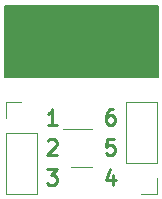
<source format=gbr>
%TF.GenerationSoftware,KiCad,Pcbnew,5.1.7-a382d34a8~87~ubuntu20.04.1*%
%TF.CreationDate,2020-11-06T18:30:05+02:00*%
%TF.ProjectId,BRK-SOT-23-8,42524b2d-534f-4542-9d32-332d382e6b69,v1.0*%
%TF.SameCoordinates,Original*%
%TF.FileFunction,Legend,Top*%
%TF.FilePolarity,Positive*%
%FSLAX46Y46*%
G04 Gerber Fmt 4.6, Leading zero omitted, Abs format (unit mm)*
G04 Created by KiCad (PCBNEW 5.1.7-a382d34a8~87~ubuntu20.04.1) date 2020-11-06 18:30:05*
%MOMM*%
%LPD*%
G01*
G04 APERTURE LIST*
%ADD10C,0.250000*%
%ADD11C,0.150000*%
%ADD12C,0.120000*%
G04 APERTURE END LIST*
D10*
X102716071Y-96748095D02*
X102468452Y-96748095D01*
X102344642Y-96810000D01*
X102282738Y-96871904D01*
X102158928Y-97057619D01*
X102097023Y-97305238D01*
X102097023Y-97800476D01*
X102158928Y-97924285D01*
X102220833Y-97986190D01*
X102344642Y-98048095D01*
X102592261Y-98048095D01*
X102716071Y-97986190D01*
X102777976Y-97924285D01*
X102839880Y-97800476D01*
X102839880Y-97490952D01*
X102777976Y-97367142D01*
X102716071Y-97305238D01*
X102592261Y-97243333D01*
X102344642Y-97243333D01*
X102220833Y-97305238D01*
X102158928Y-97367142D01*
X102097023Y-97490952D01*
X102777976Y-99288095D02*
X102158928Y-99288095D01*
X102097023Y-99907142D01*
X102158928Y-99845238D01*
X102282738Y-99783333D01*
X102592261Y-99783333D01*
X102716071Y-99845238D01*
X102777976Y-99907142D01*
X102839880Y-100030952D01*
X102839880Y-100340476D01*
X102777976Y-100464285D01*
X102716071Y-100526190D01*
X102592261Y-100588095D01*
X102282738Y-100588095D01*
X102158928Y-100526190D01*
X102097023Y-100464285D01*
X102716071Y-102261428D02*
X102716071Y-103128095D01*
X102406547Y-101766190D02*
X102097023Y-102694761D01*
X102901785Y-102694761D01*
X97098214Y-101828095D02*
X97902976Y-101828095D01*
X97469642Y-102323333D01*
X97655357Y-102323333D01*
X97779166Y-102385238D01*
X97841071Y-102447142D01*
X97902976Y-102570952D01*
X97902976Y-102880476D01*
X97841071Y-103004285D01*
X97779166Y-103066190D01*
X97655357Y-103128095D01*
X97283928Y-103128095D01*
X97160119Y-103066190D01*
X97098214Y-103004285D01*
X97160119Y-99411904D02*
X97222023Y-99350000D01*
X97345833Y-99288095D01*
X97655357Y-99288095D01*
X97779166Y-99350000D01*
X97841071Y-99411904D01*
X97902976Y-99535714D01*
X97902976Y-99659523D01*
X97841071Y-99845238D01*
X97098214Y-100588095D01*
X97902976Y-100588095D01*
X97902976Y-98048095D02*
X97160119Y-98048095D01*
X97531547Y-98048095D02*
X97531547Y-96748095D01*
X97407738Y-96933809D01*
X97283928Y-97057619D01*
X97160119Y-97119523D01*
D11*
G36*
X106480000Y-93970000D02*
G01*
X93520000Y-93970000D01*
X93520000Y-87970000D01*
X106480000Y-87970000D01*
X106480000Y-93970000D01*
G37*
X106480000Y-93970000D02*
X93520000Y-93970000D01*
X93520000Y-87970000D01*
X106480000Y-87970000D01*
X106480000Y-93970000D01*
D12*
%TO.C,J2*%
X106410000Y-103870000D02*
X105080000Y-103870000D01*
X106410000Y-102540000D02*
X106410000Y-103870000D01*
X106410000Y-101270000D02*
X103750000Y-101270000D01*
X103750000Y-101270000D02*
X103750000Y-96130000D01*
X106410000Y-101270000D02*
X106410000Y-96130000D01*
X106410000Y-96130000D02*
X103750000Y-96130000D01*
%TO.C,J1*%
X93590000Y-96130000D02*
X94920000Y-96130000D01*
X93590000Y-97460000D02*
X93590000Y-96130000D01*
X93590000Y-98730000D02*
X96250000Y-98730000D01*
X96250000Y-98730000D02*
X96250000Y-103870000D01*
X93590000Y-98730000D02*
X93590000Y-103870000D01*
X93590000Y-103870000D02*
X96250000Y-103870000D01*
%TO.C,U1*%
X100900000Y-98390000D02*
X98450000Y-98390000D01*
X99100000Y-101610000D02*
X100900000Y-101610000D01*
%TD*%
M02*

</source>
